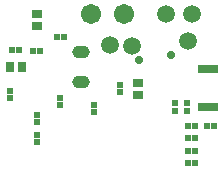
<source format=gts>
%FSLAX25Y25*%
%MOIN*%
G70*
G01*
G75*
G04 Layer_Color=8388736*
%ADD10C,0.05118*%
%ADD11R,0.02559X0.02165*%
%ADD12R,0.02165X0.02559*%
%ADD13R,0.01378X0.01378*%
%ADD14R,0.05906X0.02165*%
%ADD15R,0.01378X0.01378*%
%ADD16C,0.03150*%
%ADD17C,0.00787*%
%ADD18C,0.01969*%
%ADD19C,0.03937*%
%ADD20O,0.05000X0.03500*%
%ADD21C,0.05906*%
%ADD22C,0.03150*%
%ADD23C,0.01969*%
%ADD24C,0.03937*%
%ADD25R,0.02362X0.00787*%
%ADD26R,0.03150X0.00787*%
%ADD27R,0.00787X0.02362*%
%ADD28R,0.00787X0.03150*%
%ADD29R,0.05118X0.05118*%
%ADD30R,0.01575X0.03937*%
%ADD31R,0.05000X0.03600*%
%ADD32R,0.03600X0.03600*%
%ADD33R,0.01378X0.11811*%
%ADD34C,0.01575*%
%ADD35C,0.00500*%
%ADD36C,0.00591*%
%ADD37C,0.00394*%
%ADD38C,0.05918*%
%ADD39R,0.03359X0.02965*%
%ADD40R,0.02965X0.03359*%
%ADD41R,0.02178X0.02178*%
%ADD42R,0.06706X0.02965*%
%ADD43R,0.02178X0.02178*%
%ADD44O,0.05800X0.04300*%
%ADD45C,0.06706*%
%ADD46C,0.02769*%
D38*
X67610Y54110D02*
D03*
X66160Y45070D02*
D03*
X47490Y43590D02*
D03*
X40050Y43790D02*
D03*
X59030Y54240D02*
D03*
D39*
X49690Y30977D02*
D03*
Y27040D02*
D03*
X15880Y53987D02*
D03*
Y50050D02*
D03*
D40*
X6803Y36300D02*
D03*
X10740D02*
D03*
D41*
X16009Y18110D02*
D03*
Y20472D02*
D03*
Y11417D02*
D03*
Y13780D02*
D03*
X23400Y23749D02*
D03*
Y26111D02*
D03*
X6940Y28531D02*
D03*
Y26169D02*
D03*
X65990Y21949D02*
D03*
Y24311D02*
D03*
X61730Y21949D02*
D03*
Y24311D02*
D03*
X43457Y28040D02*
D03*
Y30402D02*
D03*
X34770Y23671D02*
D03*
Y21309D02*
D03*
D42*
X72934Y23213D02*
D03*
Y35842D02*
D03*
D43*
X66230Y4570D02*
D03*
X68592D02*
D03*
X68631Y8580D02*
D03*
X66269D02*
D03*
X24821Y46420D02*
D03*
X22459D02*
D03*
X72609Y16850D02*
D03*
X74971D02*
D03*
X9941Y42010D02*
D03*
X7579D02*
D03*
X16791Y41900D02*
D03*
X14429D02*
D03*
X66269Y12830D02*
D03*
X68631D02*
D03*
Y16850D02*
D03*
X66269D02*
D03*
D44*
X30430Y31570D02*
D03*
Y41570D02*
D03*
D45*
X44969Y54160D02*
D03*
X33788D02*
D03*
D46*
X60394Y40394D02*
D03*
X50039Y38858D02*
D03*
M02*

</source>
